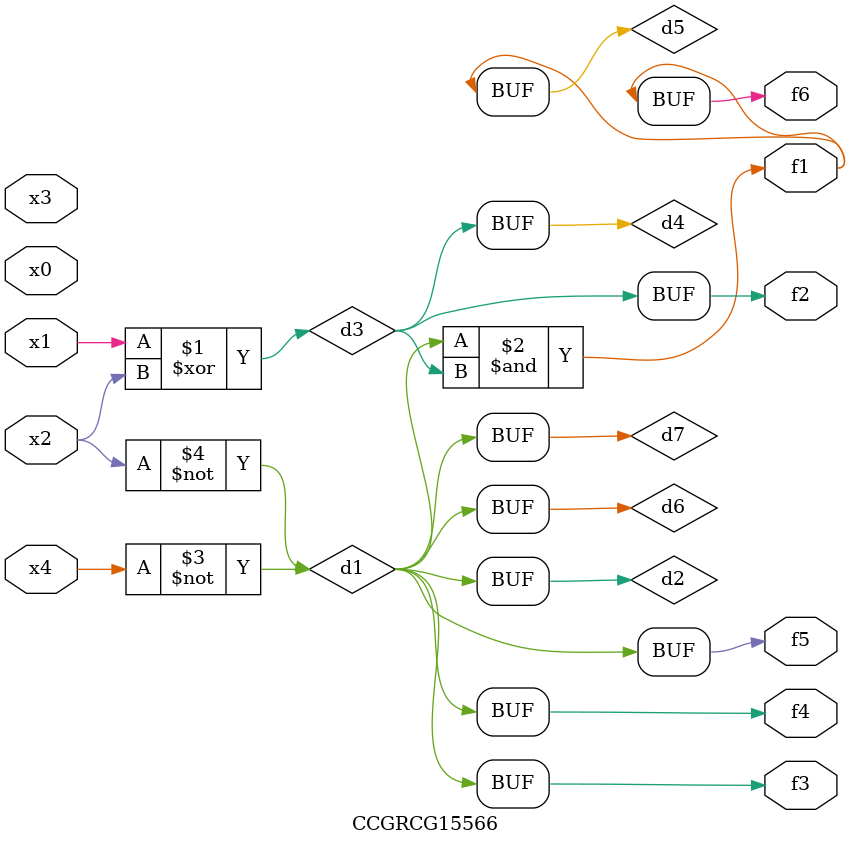
<source format=v>
module CCGRCG15566(
	input x0, x1, x2, x3, x4,
	output f1, f2, f3, f4, f5, f6
);

	wire d1, d2, d3, d4, d5, d6, d7;

	not (d1, x4);
	not (d2, x2);
	xor (d3, x1, x2);
	buf (d4, d3);
	and (d5, d1, d3);
	buf (d6, d1, d2);
	buf (d7, d2);
	assign f1 = d5;
	assign f2 = d4;
	assign f3 = d7;
	assign f4 = d7;
	assign f5 = d7;
	assign f6 = d5;
endmodule

</source>
